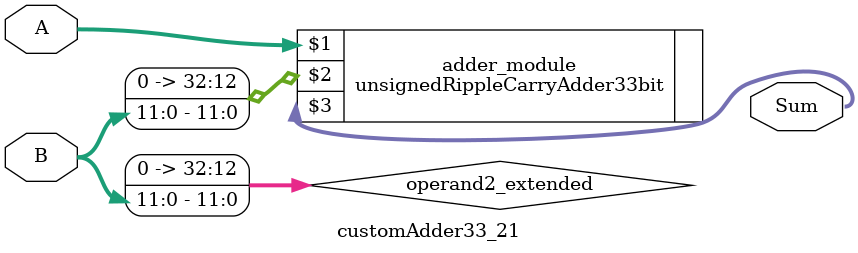
<source format=v>
module customAdder33_21(
                        input [32 : 0] A,
                        input [11 : 0] B,
                        
                        output [33 : 0] Sum
                );

        wire [32 : 0] operand2_extended;
        
        assign operand2_extended =  {21'b0, B};
        
        unsignedRippleCarryAdder33bit adder_module(
            A,
            operand2_extended,
            Sum
        );
        
        endmodule
        
</source>
